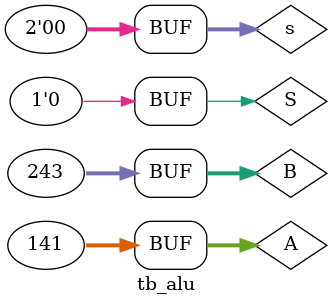
<source format=v>
`timescale 1ns / 1ps


module tb_alu;

	// Inputs
	reg [31:0] A;
	reg [31:0] B;
	reg [1:0] s;

	// Outputs
	wire [31:0] OUT;
	wire cout;

	// Instantiate the Unit Under Test (UUT)
	ALU_32BIT uut (
		.A(A), 
		.B(B), 
		.s(s), 
		.OUT(OUT), 
		.cout(cout)
	);

	initial begin
		// Initialize Inputs
		A = 0;
		B = 0;
		s = 0;

		// Wait 100 ns for global reset to finish
		#100;A=14;B=23;S=0;
		#100;A=74;B=200;S=0;
		#100;A=1023;B=123;S=2;
		#100;A=140;B=213;S=1;
		#100;A=78;B=263;S=2;
		#100;A=96;B=523;S=1;
		#100;A=141;B=243;S=0;
        
		// Add stimulus here

	end
      
endmodule


</source>
